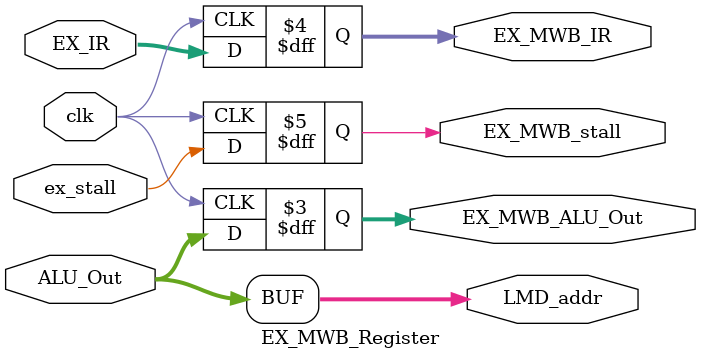
<source format=v>
`timescale 1ns / 1ps


module EX_MWB_Register(clk,ex_stall,ALU_Out,EX_IR,EX_MWB_ALU_Out,EX_MWB_IR,EX_MWB_stall,LMD_addr

    );
    input clk;
    input ex_stall;
    input [31:0] ALU_Out;
    input [31:0] EX_IR;
    output reg [31:0] EX_MWB_ALU_Out;
    output reg [31:0] EX_MWB_IR;
    output reg [31:0] LMD_addr;
    output reg        EX_MWB_stall;
    
    always@(posedge clk)
    begin
    EX_MWB_ALU_Out<= ALU_Out;
    EX_MWB_IR <= EX_IR;
    EX_MWB_stall = ex_stall;
    end
    
    always@(*)begin
    LMD_addr = ALU_Out;
    end
    
endmodule

</source>
